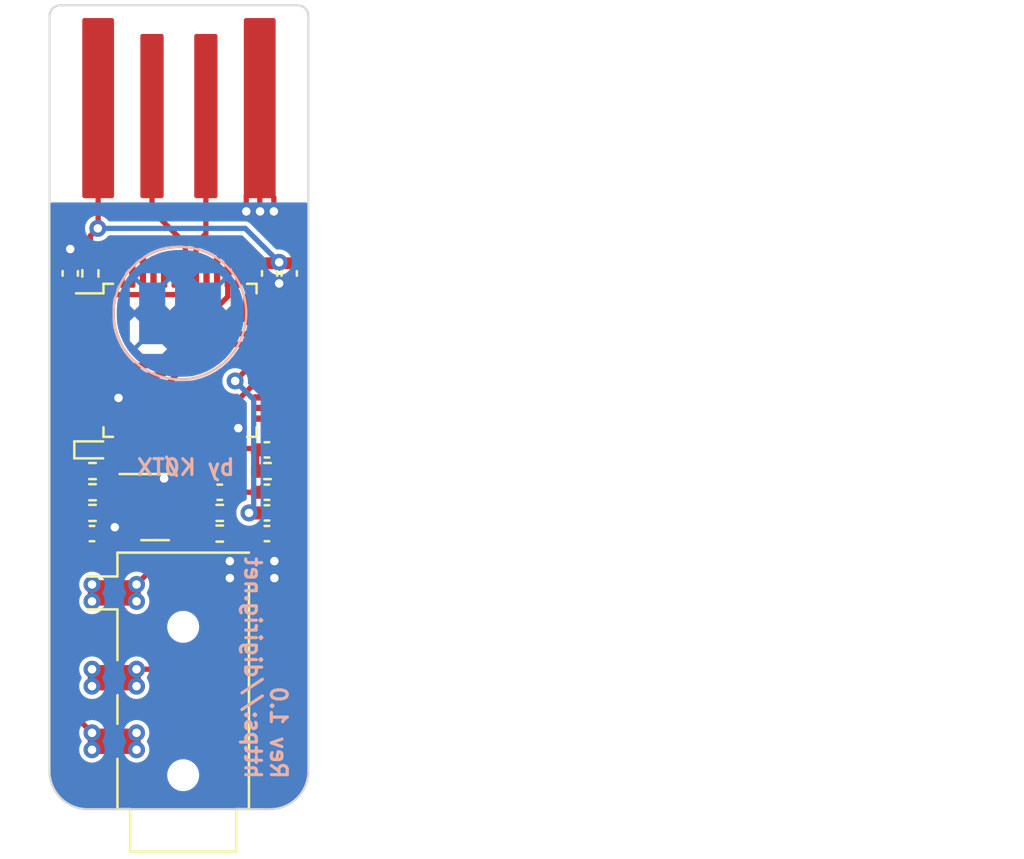
<source format=kicad_pcb>
(kicad_pcb (version 20221018) (generator pcbnew)
  (layers (0 "F.Cu" signal) (31 "B.Cu" signal) (34 "B.Paste" user) (35 "F.Paste" user) (36 "B.SilkS" user "B.Silkscreen") (37 "F.SilkS" user "F.Silkscreen") (38 "B.Mask" user) (39 "F.Mask" user) (44 "Edge.Cuts" user))
  (net 0 "")
  (net 1 "+5V")
  (net 2 "GND")
  (net 3 "Net-(C5-Pad1)")
  (net 4 "Net-(Q1-B)")
  (net 5 "Net-(Q1-C)")
  (net 6 "/PTT")
  (net 7 "/ROUT")
  (net 8 "/CTCSS")
  (net 9 "/COS")
  (net 10 "/RIG_AFIN")
  (net 11 "Net-(J1-D-)")
  (net 12 "Net-(J1-D+)")
  (net 13 "/RIG_AFOUT")
  (net 14 "/RIG_PTT")
  (net 15 "Net-(U1-MSEL)")
  (net 16 "Net-(U1-VREF)")
  (net 17 "Net-(U1-MICIN)")
  (net 18 "Net-(U1-LOL)")
  (net 19 "Net-(D1-K)")
  (footprint "Resistor_SMD:R_0402_1005Metric" (layer "F.Cu") (at 130.475 81.35 90)
    (fp_text reference "R1" hide)
    (fp_text value "1K5")
    (fp_line (start -0.153641 -0.38) (end 0.153641 -0.38) (stroke (width 0.12)) (layer "F.SilkS"))
    (fp_line (start -0.153641 0.38) (end 0.153641 0.38) (stroke (width 0.12)) (layer "F.SilkS"))
    (pad "1" smd roundrect (at -0.51 0 90) (size 0.54 0.64) (layers "F.Cu" "F.Paste" "F.Mask") (net 12 "Net-(J1-D+)"))
    (pad "2" smd roundrect (at 0.51 0 90) (size 0.54 0.64) (layers "F.Cu" "F.Paste" "F.Mask") (net 1 "+5V"))
  )
  (footprint "Capacitor_SMD:C_0402_1005Metric" (layer "F.Cu") (at 138.8 91.675)
    (fp_text reference "C5" hide)
    (fp_text value "10uF")
    (fp_line (start -0.107836 -0.36) (end 0.107836 -0.36) (stroke (width 0.12)) (layer "F.SilkS"))
    (fp_line (start -0.107836 0.36) (end 0.107836 0.36) (stroke (width 0.12)) (layer "F.SilkS"))
    (pad "1" smd roundrect (at -0.48 0) (size 0.56 0.62) (layers "F.Cu" "F.Paste" "F.Mask") (net 3 "Net-(C5-Pad1)"))
    (pad "2" smd roundrect (at 0.48 0) (size 0.56 0.62) (layers "F.Cu" "F.Paste" "F.Mask") (net 17 "Net-(U1-MICIN)"))
  )
  (footprint "Capacitor_SMD:C_0402_1005Metric" (layer "F.Cu") (at 130.55 93.625)
    (fp_text reference "C7" hide)
    (fp_text value "100n")
    (fp_line (start -0.107836 -0.36) (end 0.107836 -0.36) (stroke (width 0.12)) (layer "F.SilkS"))
    (fp_line (start -0.107836 0.36) (end 0.107836 0.36) (stroke (width 0.12)) (layer "F.SilkS"))
    (pad "1" smd roundrect (at -0.48 0) (size 0.56 0.62) (layers "F.Cu" "F.Paste" "F.Mask") (net 4 "Net-(Q1-B)"))
    (pad "2" smd roundrect (at 0.48 0) (size 0.56 0.62) (layers "F.Cu" "F.Paste" "F.Mask") (net 2 "GND"))
  )
  (footprint "Resistor_SMD:R_0402_1005Metric" (layer "F.Cu") (at 136.575 93.625 180)
    (fp_text reference "R7" hide)
    (fp_text value "1K5")
    (fp_line (start -0.153641 -0.38) (end 0.153641 -0.38) (stroke (width 0.12)) (layer "F.SilkS"))
    (fp_line (start -0.153641 0.38) (end 0.153641 0.38) (stroke (width 0.12)) (layer "F.SilkS"))
    (pad "1" smd roundrect (at -0.51 0 180) (size 0.54 0.64) (layers "F.Cu" "F.Paste" "F.Mask") (net 14 "/RIG_PTT"))
    (pad "2" smd roundrect (at 0.51 0 180) (size 0.54 0.64) (layers "F.Cu" "F.Paste" "F.Mask") (net 5 "Net-(Q1-C)"))
  )
  (footprint "Capacitor_SMD:C_0402_1005Metric" (layer "F.Cu") (at 139.85 81.35 -90)
    (fp_text reference "C2" hide)
    (fp_text value "100nF")
    (fp_line (start -0.107836 -0.36) (end 0.107836 -0.36) (stroke (width 0.12)) (layer "F.SilkS"))
    (fp_line (start -0.107836 0.36) (end 0.107836 0.36) (stroke (width 0.12)) (layer "F.SilkS"))
    (pad "1" smd roundrect (at -0.48 0 270) (size 0.56 0.62) (layers "F.Cu" "F.Paste" "F.Mask") (net 1 "+5V"))
    (pad "2" smd roundrect (at 0.48 0 270) (size 0.56 0.62) (layers "F.Cu" "F.Paste" "F.Mask") (net 2 "GND"))
  )
  (footprint "footprints:Jack_3.5mm_PJ320D_Horizontal" (layer "F.Cu") (at 134.85 100.25 90)
    (fp_text reference "J2" hide)
    (fp_text value "PJ-320A")
    (fp_line (start -8.375 -2.5) (end -8.375 2.5) (stroke (width 0.12)) (layer "F.SilkS"))
    (fp_line (start -6.375 -3.1) (end -6.375 -2.5) (stroke (width 0.12)) (layer "F.SilkS"))
    (fp_line (start -6.375 -3.1) (end -4 -3.1) (stroke (width 0.12)) (layer "F.SilkS"))
    (fp_line (start -6.375 -2.5) (end -8.375 -2.5) (stroke (width 0.12)) (layer "F.SilkS"))
    (fp_line (start -6.375 2.5) (end -8.375 2.5) (stroke (width 0.12)) (layer "F.SilkS"))
    (fp_line (start -6.375 2.5) (end -6.375 3.1) (stroke (width 0.12)) (layer "F.SilkS"))
    (fp_line (start -2.35 -3.1) (end -1 -3.1) (stroke (width 0.12)) (layer "F.SilkS"))
    (fp_line (start 0.65 -3.1) (end 3.05 -3.1) (stroke (width 0.12)) (layer "F.SilkS"))
    (fp_line (start 3.05 -3.1) (end 3.05 -4.5) (stroke (width 0.12)) (layer "F.SilkS"))
    (fp_line (start 4.15 3.1) (end -6.375 3.1) (stroke (width 0.12)) (layer "F.SilkS"))
    (fp_line (start 4.6 -3.1) (end 4.6 -4.5) (stroke (width 0.12)) (layer "F.SilkS"))
    (fp_line (start 4.6 -3.1) (end 5.725 -3.1) (stroke (width 0.12)) (layer "F.SilkS"))
    (fp_line (start 5.725 3.1) (end 5.725 -3.1) (stroke (width 0.12)) (layer "F.SilkS"))
    (pad "" np_thru_hole circle (at -4.775 0 90) (size 0.8 0.8) (drill 1) (layers "F&B.Cu" "*.Mask"))
    (pad "" np_thru_hole circle (at 2.225 0 90) (size 0.8 0.8) (drill 1) (layers "F&B.Cu" "*.Mask"))
    (pad "R1" smd rect (at -0.175 -3.25 90) (size 1.2 2.5) (layers "F.Cu" "F.Paste" "F.Mask") (net 10 "/RIG_AFIN"))
    (pad "R2" smd rect (at -3.175 -3.25 90) (size 1.2 2.5) (layers "F.Cu" "F.Paste" "F.Mask") (net 14 "/RIG_PTT"))
    (pad "S" smd rect (at 4.925 3.25 90) (size 1.2 2.5) (layers "F.Cu" "F.Paste" "F.Mask") (net 2 "GND"))
    (pad "T" smd rect (at 3.825 -3.25 90) (size 1.2 2.5) (layers "F.Cu" "F.Paste" "F.Mask") (net 13 "/RIG_AFOUT"))
  )
  (footprint "Package_QFP:LQFP-48_7x7mm_P0.5mm" (layer "F.Cu") (at 134.7 85.45)
    (fp_text reference "U1" hide)
    (fp_text value "CM108B")
    (fp_line (start -3.61 -3.61) (end -3.61 -3.16) (stroke (width 0.12)) (layer "F.SilkS"))
    (fp_line (start -3.61 -3.16) (end -4.9 -3.16) (stroke (width 0.12)) (layer "F.SilkS"))
    (fp_line (start -3.61 3.61) (end -3.61 3.16) (stroke (width 0.12)) (layer "F.SilkS"))
    (fp_line (start -3.16 -3.61) (end -3.61 -3.61) (stroke (width 0.12)) (layer "F.SilkS"))
    (fp_line (start -3.16 3.61) (end -3.61 3.61) (stroke (width 0.12)) (layer "F.SilkS"))
    (fp_line (start 3.16 -3.61) (end 3.61 -3.61) (stroke (width 0.12)) (layer "F.SilkS"))
    (fp_line (start 3.16 3.61) (end 3.61 3.61) (stroke (width 0.12)) (layer "F.SilkS"))
    (fp_line (start 3.61 -3.61) (end 3.61 -3.16) (stroke (width 0.12)) (layer "F.SilkS"))
    (fp_line (start 3.61 3.61) (end 3.61 3.16) (stroke (width 0.12)) (layer "F.SilkS"))
    (pad "1" smd roundrect (at -4.1625 -2.75) (size 1.475 0.3) (layers "F.Cu" "F.Paste" "F.Mask"))
    (pad "2" smd roundrect (at -4.1625 -2.25) (size 1.475 0.3) (layers "F.Cu" "F.Paste" "F.Mask"))
    (pad "3" smd roundrect (at -4.1625 -1.75) (size 1.475 0.3) (layers "F.Cu" "F.Paste" "F.Mask"))
    (pad "4" smd roundrect (at -4.1625 -1.25) (size 1.475 0.3) (layers "F.Cu" "F.Paste" "F.Mask"))
    (pad "5" smd roundrect (at -4.1625 -0.75) (size 1.475 0.3) (layers "F.Cu" "F.Paste" "F.Mask"))
    (pad "6" smd roundrect (at -4.1625 -0.25) (size 1.475 0.3) (layers "F.Cu" "F.Paste" "F.Mask"))
    (pad "7" smd roundrect (at -4.1625 0.25) (size 1.475 0.3) (layers "F.Cu" "F.Paste" "F.Mask") (net 15 "Net-(U1-MSEL)"))
    (pad "8" smd roundrect (at -4.1625 0.75) (size 1.475 0.3) (layers "F.Cu" "F.Paste" "F.Mask"))
    (pad "9" smd roundrect (at -4.1625 1.25) (size 1.475 0.3) (layers "F.Cu" "F.Paste" "F.Mask"))
    (pad "10" smd roundrect (at -4.1625 1.75) (size 1.475 0.3) (layers "F.Cu" "F.Paste" "F.Mask") (net 2 "GND"))
    (pad "11" smd roundrect (at -4.1625 2.25) (size 1.475 0.3) (layers "F.Cu" "F.Paste" "F.Mask"))
    (pad "12" smd roundrect (at -4.1625 2.75) (size 1.475 0.3) (layers "F.Cu" "F.Paste" "F.Mask"))
    (pad "13" smd roundrect (at -2.75 4.1625) (size 0.3 1.475) (layers "F.Cu" "F.Paste" "F.Mask") (net 6 "/PTT"))
    (pad "14" smd roundrect (at -2.25 4.1625) (size 0.3 1.475) (layers "F.Cu" "F.Paste" "F.Mask") (net 2 "GND"))
    (pad "15" smd roundrect (at -1.75 4.1625) (size 0.3 1.475) (layers "F.Cu" "F.Paste" "F.Mask"))
    (pad "16" smd roundrect (at -1.25 4.1625) (size 0.3 1.475) (layers "F.Cu" "F.Paste" "F.Mask") (net 2 "GND"))
    (pad "17" smd roundrect (at -0.75 4.1625) (size 0.3 1.475) (layers "F.Cu" "F.Paste" "F.Mask"))
    (pad "18" smd roundrect (at -0.25 4.1625) (size 0.3 1.475) (layers "F.Cu" "F.Paste" "F.Mask"))
    (pad "19" smd roundrect (at 0.25 4.1625) (size 0.3 1.475) (layers "F.Cu" "F.Paste" "F.Mask"))
    (pad "20" smd roundrect (at 0.75 4.1625) (size 0.3 1.475) (layers "F.Cu" "F.Paste" "F.Mask"))
    (pad "21" smd roundrect (at 1.25 4.1625) (size 0.3 1.475) (layers "F.Cu" "F.Paste" "F.Mask"))
    (pad "22" smd roundrect (at 1.75 4.1625) (size 0.3 1.475) (layers "F.Cu" "F.Paste" "F.Mask") (net 2 "GND"))
    (pad "23" smd roundrect (at 2.25 4.1625) (size 0.3 1.475) (layers "F.Cu" "F.Paste" "F.Mask") (net 2 "GND"))
    (pad "24" smd roundrect (at 2.75 4.1625) (size 0.3 1.475) (layers "F.Cu" "F.Paste" "F.Mask") (net 2 "GND"))
    (pad "25" smd roundrect (at 4.1625 2.75) (size 1.475 0.3) (layers "F.Cu" "F.Paste" "F.Mask"))
    (pad "26" smd roundrect (at 4.1625 2.25) (size 1.475 0.3) (layers "F.Cu" "F.Paste" "F.Mask") (net 16 "Net-(U1-VREF)"))
    (pad "27" smd roundrect (at 4.1625 1.75) (size 1.475 0.3) (layers "F.Cu" "F.Paste" "F.Mask") (net 17 "Net-(U1-MICIN)"))
    (pad "28" smd roundrect (at 4.1625 1.25) (size 1.475 0.3) (layers "F.Cu" "F.Paste" "F.Mask") (net 2 "GND"))
    (pad "29" smd roundrect (at 4.1625 0.75) (size 1.475 0.3) (layers "F.Cu" "F.Paste" "F.Mask") (net 1 "+5V"))
    (pad "30" smd roundrect (at 4.1625 0.25) (size 1.475 0.3) (layers "F.Cu" "F.Paste" "F.Mask") (net 18 "Net-(U1-LOL)"))
    (pad "31" smd roundrect (at 4.1625 -0.25) (size 1.475 0.3) (layers "F.Cu" "F.Paste" "F.Mask"))
    (pad "32" smd roundrect (at 4.1625 -0.75) (size 1.475 0.3) (layers "F.Cu" "F.Paste" "F.Mask") (net 7 "/ROUT"))
    (pad "33" smd roundrect (at 4.1625 -1.25) (size 1.475 0.3) (layers "F.Cu" "F.Paste" "F.Mask") (net 2 "GND"))
    (pad "34" smd roundrect (at 4.1625 -1.75) (size 1.475 0.3) (layers "F.Cu" "F.Paste" "F.Mask") (net 1 "+5V"))
    (pad "35" smd roundrect (at 4.1625 -2.25) (size 1.475 0.3) (layers "F.Cu" "F.Paste" "F.Mask") (net 1 "+5V"))
    (pad "36" smd roundrect (at 4.1625 -2.75) (size 1.475 0.3) (layers "F.Cu" "F.Paste" "F.Mask") (net 2 "GND"))
    (pad "37" smd roundrect (at 2.75 -4.1625) (size 0.3 1.475) (layers "F.Cu" "F.Paste" "F.Mask") (net 15 "Net-(U1-MSEL)"))
    (pad "38" smd roundrect (at 2.25 -4.1625) (size 0.3 1.475) (layers "F.Cu" "F.Paste" "F.Mask") (net 15 "Net-(U1-MSEL)"))
    (pad "39" smd roundrect (at 1.75 -4.1625) (size 0.3 1.475) (layers "F.Cu" "F.Paste" "F.Mask") (net 8 "/CTCSS"))
    (pad "40" smd roundrect (at 1.25 -4.1625) (size 0.3 1.475) (layers "F.Cu" "F.Paste" "F.Mask"))
    (pad "41" smd roundrect (at 0.75 -4.1625) (size 0.3 1.475) (layers "F.Cu" "F.Paste" "F.Mask") (net 12 "Net-(J1-D+)"))
    (pad "42" smd roundrect (at 0.25 -4.1625) (size 0.3 1.475) (layers "F.Cu" "F.Paste" "F.Mask") (net 11 "Net-(J1-D-)"))
    (pad "43" smd roundrect (at -0.25 -4.1625) (size 0.3 1.475) (layers "F.Cu" "F.Paste" "F.Mask"))
    (pad "44" smd roundrect (at -0.75 -4.1625) (size 0.3 1.475) (layers "F.Cu" "F.Paste" "F.Mask"))
    (pad "45" smd roundrect (at -1.25 -4.1625) (size 0.3 1.475) (layers "F.Cu" "F.Paste" "F.Mask"))
    (pad "46" smd roundrect (at -1.75 -4.1625) (size 0.3 1.475) (layers "F.Cu" "F.Paste" "F.Mask"))
    (pad "47" smd roundrect (at -2.25 -4.1625) (size 0.3 1.475) (layers "F.Cu" "F.Paste" "F.Mask"))
    (pad "48" smd roundrect (at -2.75 -4.1625) (size 0.3 1.475) (layers "F.Cu" "F.Paste" "F.Mask") (net 9 "/COS"))
  )
  (footprint "Resistor_SMD:R_0402_1005Metric" (layer "F.Cu") (at 138.825 90.675 180)
    (fp_text reference "R4" hide)
    (fp_text value "1K5")
    (fp_line (start -0.153641 -0.38) (end 0.153641 -0.38) (stroke (width 0.12)) (layer "F.SilkS"))
    (fp_line (start -0.153641 0.38) (end 0.153641 0.38) (stroke (width 0.12)) (layer "F.SilkS"))
    (pad "1" smd roundrect (at -0.51 0 180) (size 0.54 0.64) (layers "F.Cu" "F.Paste" "F.Mask") (net 3 "Net-(C5-Pad1)"))
    (pad "2" smd roundrect (at 0.51 0 180) (size 0.54 0.64) (layers "F.Cu" "F.Paste" "F.Mask") (net 2 "GND"))
  )
  (footprint "Package_TO_SOT_SMD:SOT-23" (layer "F.Cu") (at 133.525 92.375)
    (fp_text reference "Q1" hide)
    (fp_text value "MMBT5551L")
    (fp_line (start 0 -1.56) (end -1.675 -1.56) (stroke (width 0.12)) (layer "F.SilkS"))
    (fp_line (start 0 -1.56) (end 0.65 -1.56) (stroke (width 0.12)) (layer "F.SilkS"))
    (fp_line (start 0 1.56) (end -0.65 1.56) (stroke (width 0.12)) (layer "F.SilkS"))
    (fp_line (start 0 1.56) (end 0.65 1.56) (stroke (width 0.12)) (layer "F.SilkS"))
    (pad "1" smd roundrect (at -0.9375 -0.95) (size 1.475 0.6) (layers "F.Cu" "F.Paste" "F.Mask") (net 4 "Net-(Q1-B)"))
    (pad "2" smd roundrect (at -0.9375 0.95) (size 1.475 0.6) (layers "F.Cu" "F.Paste" "F.Mask") (net 2 "GND"))
    (pad "3" smd roundrect (at 0.9375 0) (size 1.475 0.6) (layers "F.Cu" "F.Paste" "F.Mask") (net 5 "Net-(Q1-C)"))
  )
  (footprint "Capacitor_SMD:C_0402_1005Metric" (layer "F.Cu") (at 129.525 81.35 -90)
    (fp_text reference "C3" hide)
    (fp_text value "10uF")
    (fp_line (start -0.107836 -0.36) (end 0.107836 -0.36) (stroke (width 0.12)) (layer "F.SilkS"))
    (fp_line (start -0.107836 0.36) (end 0.107836 0.36) (stroke (width 0.12)) (layer "F.SilkS"))
    (pad "1" smd roundrect (at -0.48 0 270) (size 0.56 0.62) (layers "F.Cu" "F.Paste" "F.Mask") (net 2 "GND"))
    (pad "2" smd roundrect (at 0.48 0 270) (size 0.56 0.62) (layers "F.Cu" "F.Paste" "F.Mask") (net 15 "Net-(U1-MSEL)"))
  )
  (footprint "Resistor_SMD:R_0402_1005Metric" (layer "F.Cu") (at 130.575 91.675)
    (fp_text reference "R2" hide)
    (fp_text value "22")
    (fp_line (start -0.153641 -0.38) (end 0.153641 -0.38) (stroke (width 0.12)) (layer "F.SilkS"))
    (fp_line (start -0.153641 0.38) (end 0.153641 0.38) (stroke (width 0.12)) (layer "F.SilkS"))
    (pad "1" smd roundrect (at -0.51 0) (size 0.54 0.64) (layers "F.Cu" "F.Paste" "F.Mask") (net 19 "Net-(D1-K)"))
    (pad "2" smd roundrect (at 0.51 0) (size 0.54 0.64) (layers "F.Cu" "F.Paste" "F.Mask") (net 4 "Net-(Q1-B)"))
  )
  (footprint "footprints:USB_A_PCB_traces_small" (layer "F.Cu") (at 134.65 68.7 -90)
    (fp_text reference "J1" hide)
    (fp_text value "USB_A" hide)
    (pad "1" connect roundrect (at 4.85 3.81 270) (size 8.5 1.5) (layers "F.Cu" "F.Mask") (roundrect_rratio 0.067) (net 1 "+5V"))
    (pad "2" connect roundrect (at 5.225 1.27 270) (size 7.75 1.1) (layers "F.Cu" "F.Mask") (roundrect_rratio 0.091) (net 11 "Net-(J1-D-)"))
    (pad "3" connect roundrect (at 5.225 -1.27 270) (size 7.75 1.1) (layers "F.Cu" "F.Mask") (roundrect_rratio 0.091) (net 12 "Net-(J1-D+)"))
    (pad "4" connect roundrect (at 4.85 -3.81 270) (size 8.5 1.5) (layers "F.Cu" "F.Mask") (roundrect_rratio 0.067) (net 2 "GND"))
  )
  (footprint "Capacitor_SMD:C_0402_1005Metric" (layer "F.Cu") (at 136.575 91.675 180)
    (fp_text reference "C8" hide)
    (fp_text value "100nF")
    (fp_line (start -0.107836 -0.36) (end 0.107836 -0.36) (stroke (width 0.12)) (layer "F.SilkS"))
    (fp_line (start -0.107836 0.36) (end 0.107836 0.36) (stroke (width 0.12)) (layer "F.SilkS"))
    (pad "1" smd roundrect (at -0.48 0 180) (size 0.56 0.62) (layers "F.Cu" "F.Paste" "F.Mask") (net 3 "Net-(C5-Pad1)"))
    (pad "2" smd roundrect (at 0.48 0 180) (size 0.56 0.62) (layers "F.Cu" "F.Paste" "F.Mask") (net 2 "GND"))
  )
  (footprint "Capacitor_SMD:C_0402_1005Metric" (layer "F.Cu") (at 138.8 92.65 180)
    (fp_text reference "C6" hide)
    (fp_text value "10uF")
    (fp_line (start -0.107836 -0.36) (end 0.107836 -0.36) (stroke (width 0.12)) (layer "F.SilkS"))
    (fp_line (start -0.107836 0.36) (end 0.107836 0.36) (stroke (width 0.12)) (layer "F.SilkS"))
    (pad "1" smd roundrect (at -0.48 0 180) (size 0.56 0.62) (layers "F.Cu" "F.Paste" "F.Mask") (net 10 "/RIG_AFIN"))
    (pad "2" smd roundrect (at 0.48 0 180) (size 0.56 0.62) (layers "F.Cu" "F.Paste" "F.Mask") (net 18 "Net-(U1-LOL)"))
  )
  (footprint "Resistor_SMD:R_0402_1005Metric" (layer "F.Cu") (at 136.575 92.65)
    (fp_text reference "R6" hide)
    (fp_text value "10K")
    (fp_line (start -0.153641 -0.38) (end 0.153641 -0.38) (stroke (width 0.12)) (layer "F.SilkS"))
    (fp_line (start -0.153641 0.38) (end 0.153641 0.38) (stroke (width 0.12)) (layer "F.SilkS"))
    (pad "1" smd roundrect (at -0.51 0) (size 0.54 0.64) (layers "F.Cu" "F.Paste" "F.Mask") (net 13 "/RIG_AFOUT"))
    (pad "2" smd roundrect (at 0.51 0) (size 0.54 0.64) (layers "F.Cu" "F.Paste" "F.Mask") (net 3 "Net-(C5-Pad1)"))
  )
  (footprint "Capacitor_SMD:C_0402_1005Metric" (layer "F.Cu") (at 138.8 89.675 180)
    (fp_text reference "C4" hide)
    (fp_text value "10uF")
    (fp_line (start -0.107836 -0.36) (end 0.107836 -0.36) (stroke (width 0.12)) (layer "F.SilkS"))
    (fp_line (start -0.107836 0.36) (end 0.107836 0.36) (stroke (width 0.12)) (layer "F.SilkS"))
    (pad "1" smd roundrect (at -0.48 0 180) (size 0.56 0.62) (layers "F.Cu" "F.Paste" "F.Mask") (net 16 "Net-(U1-VREF)"))
    (pad "2" smd roundrect (at 0.48 0 180) (size 0.56 0.62) (layers "F.Cu" "F.Paste" "F.Mask") (net 2 "GND"))
  )
  (footprint "footprints:digirig-logo-6mm" (layer "F.Cu") (at 134.7 83.225)
    (fp_text reference "L1" hide)
    (fp_text value "LOGO" hide)
    (fp_poly (pts (xy 0.201786 -2.978045) (xy 0.47019 -2.956382) (xy 0.721251 -2.911151) (xy 0.965101 -2.840288) (xy 1.21187 -2.741731) (xy 1.322916 -2.689583) (xy 1.595655 -2.540767) (xy 1.838481 -2.373973) (xy 2.062615 -2.181244) (xy 2.122822 -2.122282) (xy 2.303094 -1.92864) (xy 2.45404 -1.737104) (xy 2.585582 -1.533909) (xy 2.698945 -1.322917) (xy 2.812024 -1.073308) (xy 2.896676 -0.833637) (xy 2.955073 -0.593511) (xy 2.989385 -0.342536) (xy 3.001784 -0.07032) (xy 2.999369 0.115259) (xy 2.992362 0.270493) (xy 2.981903 0.414684) (xy 2.968899 0.537675) (xy 2.954255 0.62931) (xy 2.953035 0.635) (xy 2.855632 0.981127) (xy 2.719872 1.309805) (xy 2.54672 1.619268) (xy 2.33714 1.90775) (xy 2.136509 2.129698) (xy 1.870166 2.367879) (xy 1.579879 2.571571) (xy 1.267898 2.739539) (xy 0.936474 2.870547) (xy 0.635 2.953294) (xy 0.536469 2.969253) (xy 0.406001 2.981935) (xy 0.253878 2.991136) (xy 0.090383 2.996656) (xy -0.0742 2.998291) (xy -0.229588 2.99584) (xy -0.365498 2.989101) (xy -0.471646 2.97787) (xy -0.486834 2.97535) (xy -0.834937 2.894738) (xy -1.158037 2.781123) (xy -1.459828 2.63262) (xy -1.744005 2.447347) (xy -2.014266 2.22342) (xy -2.075576 2.165545) (xy -2.282361 1.948363) (xy -2.455587 1.72662) (xy -2.483739 1.681411) (xy -2.010943 1.681411) (xy -1.889843 1.803789) (xy -1.768742 1.926166) (xy -0.834638 1.926166) (xy -0.719667 1.80975) (xy -0.604697 1.693333) (xy -0.719667 1.576916) (xy -0.834638 1.4605) (xy -1.787253 1.4605) (xy -1.899098 1.570955) (xy -2.010943 1.681411) (xy -2.483739 1.681411) (xy -2.603504 1.489086) (xy -2.678795 1.344083) (xy -2.778802 1.12309) (xy -2.855586 0.914968) (xy -2.915324 0.702131) (xy -2.935383 0.613833) (xy -2.953528 0.497652) (xy -2.96478 0.36897) (xy -2.370667 0.36897) (xy -2.370667 1.321585) (xy -2.260237 1.433404) (xy -2.149807 1.545224) (xy -1.926167 1.324362) (xy -1.926167 0.371747) (xy -2.036597 0.259928) (xy -2.147028 0.148109) (xy -2.258847 0.258539) (xy -2.370667 0.36897) (xy -2.96478 0.36897) (xy -2.966433 0.350069) (xy -2.974098 0.181691) (xy -2.976521 0.003122) (xy -2.9737 -0.175029) (xy -2.965634 -0.342158) (xy -2.95232 -0.487658) (xy -2.935571 -0.592667) (xy -2.849108 -0.909291) (xy -2.727238 -1.222165) (xy -2.6858 -1.303197) (xy -2.370667 -1.303197) (xy -2.370667 -0.350582) (xy -2.260237 -0.238762) (xy -2.149807 -0.126943) (xy -2.037987 -0.237374) (xy -1.926167 -0.347804) (xy -1.926167 -1.300419) (xy -0.6985 -1.300419) (xy -0.6985 -0.350582) (xy -0.588045 -0.238736) (xy -0.477589 -0.126891) (xy -0.355211 -0.247992) (xy -0.232834 -0.369092) (xy -0.232834 -1.281909) (xy 1.926166 -1.281909) (xy 1.926166 -0.371645) (xy 2.04721 -0.249324) (xy 2.168255 -0.127003) (xy 2.280044 -0.237404) (xy 2.391833 -0.347804) (xy 2.391833 -1.300419) (xy 2.281377 -1.412265) (xy 2.170921 -1.52411) (xy 2.048544 -1.403009) (xy 1.926166 -1.281909) (xy -0.232834 -1.281909) (xy -0.355211 -1.403009) (xy -0.477589 -1.52411) (xy -0.588045 -1.412265) (xy -0.6985 -1.300419) (xy -1.926167 -1.300419) (xy -2.036597 -1.412239) (xy -2.147028 -1.524058) (xy -2.258847 -1.413627) (xy -2.370667 -1.303197) (xy -2.6858 -1.303197) (xy -2.575043 -1.51978) (xy -2.482642 -1.662973) (xy -2.010891 -1.662973) (xy -1.900461 -1.551154) (xy -1.79003 -1.439334) (xy -0.837415 -1.439334) (xy -0.725596 -1.549764) (xy -0.613776 -1.660194) (xy -0.625528 -1.672094) (xy 0.625935 -1.672094) (xy 0.855803 -1.439334) (xy 1.808418 -1.439334) (xy 1.920238 -1.549764) (xy 2.032057 -1.660194) (xy 1.921626 -1.772014) (xy 1.811196 -1.883834) (xy 0.834491 -1.883834) (xy 0.625935 -1.672094) (xy -0.625528 -1.672094) (xy -0.834638 -1.883834) (xy -1.787253 -1.883834) (xy -1.899072 -1.773404) (xy -2.010891 -1.662973) (xy -2.482642 -1.662973) (xy -2.420257 -1.759648) (xy -2.25332 -1.965215) (xy -2.054022 -2.166714) (xy -1.832133 -2.35592) (xy -1.597422 -2.524612) (xy -1.359657 -2.664568) (xy -1.322917 -2.68328) (xy -1.084664 -2.790575) (xy -0.850585 -2.871143) (xy -0.609587 -2.927647) (xy -0.350576 -2.962748) (xy -0.094093 -2.978204) (xy 0.201786 -2.978045)) (stroke (width 0.01)) (fill solid) (layer "B.Cu"))
    (fp_circle (center 0 0) (end 2.4 -2) (stroke (width 0.12)) (fill none) (layer "B.SilkS"))
  )
  (footprint "Resistor_SMD:R_0402_1005Metric" (layer "F.Cu") (at 130.575 92.65 180)
    (fp_text reference "R5" hide)
    (fp_text value "10K")
    (fp_line (start -0.153641 -0.38) (end 0.153641 -0.38) (stroke (width 0.12)) (layer "F.SilkS"))
    (fp_line (start -0.153641 0.38) (end 0.153641 0.38) (stroke (width 0.12)) (layer "F.SilkS"))
    (pad "1" smd roundrect (at -0.51 0 180) (size 0.54 0.64) (layers "F.Cu" "F.Paste" "F.Mask") (net 2 "GND"))
    (pad "2" smd roundrect (at 0.51 0 180) (size 0.54 0.64) (layers "F.Cu" "F.Paste" "F.Mask") (net 4 "Net-(Q1-B)"))
  )
  (footprint "Resistor_SMD:R_0402_1005Metric" (layer "F.Cu") (at 130.575 90.675)
    (fp_text reference "R3" hide)
    (fp_text value "10K")
    (fp_line (start -0.153641 -0.38) (end 0.153641 -0.38) (stroke (width 0.12)) (layer "F.SilkS"))
    (fp_line (start -0.153641 0.38) (end 0.153641 0.38) (stroke (width 0.12)) (layer "F.SilkS"))
    (pad "1" smd roundrect (at -0.51 0) (size 0.54 0.64) (layers "F.Cu" "F.Paste" "F.Mask") (net 4 "Net-(Q1-B)"))
    (pad "2" smd roundrect (at 0.51 0) (size 0.54 0.64) (layers "F.Cu" "F.Paste" "F.Mask") (net 6 "/PTT"))
  )
  (footprint "Diode_SMD:D_SOD-923" (layer "F.Cu") (at 130.575 89.675)
    (fp_text reference "D1" hide)
    (fp_text value "GS2005ELD")
    (fp_line (start -0.86 -0.4) (end -0.86 0.4) (stroke (width 0.12)) (layer "F.SilkS"))
    (fp_line (start 0.5 -0.4) (end -0.86 -0.4) (stroke (width 0.12)) (layer "F.SilkS"))
    (fp_line (start 0.5 0.4) (end -0.86 0.4) (stroke (width 0.12)) (layer "F.SilkS"))
    (pad "1" smd roundrect (at -0.42 0 180) (size 0.36 0.25) (layers "F.Cu" "F.Paste" "F.Mask") (net 19 "Net-(D1-K)"))
    (pad "2" smd roundrect (at 0.42 0 180) (size 0.36 0.25) (layers "F.Cu" "F.Paste" "F.Mask") (net 7 "/ROUT"))
  )
  (footprint "Capacitor_SMD:C_0402_1005Metric" (layer "F.Cu") (at 138.8 93.625 180)
    (fp_text reference "C9" hide)
    (fp_text value "100nF")
    (fp_line (start -0.107836 -0.36) (end 0.107836 -0.36) (stroke (width 0.12)) (layer "F.SilkS"))
    (fp_line (start -0.107836 0.36) (end 0.107836 0.36) (stroke (width 0.12)) (layer "F.SilkS"))
    (pad "1" smd roundrect (at -0.48 0 180) (size 0.56 0.62) (layers "F.Cu" "F.Paste" "F.Mask") (net 10 "/RIG_AFIN"))
    (pad "2" smd roundrect (at 0.48 0 180) (size 0.56 0.62) (layers "F.Cu" "F.Paste" "F.Mask") (net 2 "GND"))
  )
  (footprint "Capacitor_SMD:C_0402_1005Metric" (layer "F.Cu") (at 138.925 81.35 -90)
    (fp_text reference "C1" hide)
    (fp_text value "10uF")
    (fp_line (start -0.107836 -0.36) (end 0.107836 -0.36) (stroke (width 0.12)) (layer "F.SilkS"))
    (fp_line (start -0.107836 0.36) (end 0.107836 0.36) (stroke (width 0.12)) (layer "F.SilkS"))
    (pad "1" smd roundrect (at -0.48 0 270) (size 0.56 0.62) (layers "F.Cu" "F.Paste" "F.Mask") (net 1 "+5V"))
    (pad "2" smd roundrect (at 0.48 0 270) (size 0.56 0.62) (layers "F.Cu" "F.Paste" "F.Mask") (net 2 "GND"))
  )
  (gr_line (start 134.0625 90.0125) (end 134.5375 90.8875) (stroke (width 0.15)) (layer "B.SilkS"))
  (gr_arc (start 128.55 69.2) (mid 128.696447 68.846447) (end 129.05 68.7) (stroke (width 0.1)) (layer "Edge.Cuts"))
  (gr_line (start 128.55 104.825) (end 128.55 69.2) (stroke (width 0.1)) (layer "Edge.Cuts"))
  (gr_arc (start 130.35 106.625) (mid 129.077208 106.097792) (end 128.55 104.825) (stroke (width 0.1)) (layer "Edge.Cuts"))
  (gr_arc (start 140.25 68.7) (mid 140.603553 68.846447) (end 140.75 69.2) (stroke (width 0.1)) (layer "Edge.Cuts"))
  (gr_arc (start 140.75 104.825) (mid 140.222792 106.097792) (end 138.95 106.625) (stroke (width 0.1)) (layer "Edge.Cuts"))
  (gr_line (start 140.75 69.2) (end 140.75 104.825) (stroke (width 0.1)) (layer "Edge.Cuts"))
  (gr_line (start 140.25 68.7) (end 129.05 68.7) (stroke (width 0.1)) (layer "Edge.Cuts"))
  (gr_line (start 130.35 106.625) (end 138.95 106.625) (stroke (width 0.1)) (layer "Edge.Cuts"))
  (gr_text "Rev 1.0\nhttps://digirig.net\n" (at 137.7 105.275 -90) (layer "B.SilkS") (effects (font (size 0.75 0.75)) (justify left bottom mirror)))
  (gr_text "${TITLE} ${REVISION}" (at 174.5 105.5) (layer "B.SilkS") (effects (font (size 1 1)) (justify left bottom mirror)))
  (gr_text "by K0TX" (at 132.5875 90.9375) (layer "B.SilkS") (effects (font (size 0.75 0.75)) (justify right bottom mirror)))
  (segment (start 130.84 79.21) (end 130.84 73.55) (width 0.25) (layer "F.Cu") (net 1))
  (segment (start 138.615 80.87) (end 138.925 80.87) (width 0.25) (layer "F.Cu") (net 1))
  (segment (start 139.925 85.940686) (end 139.665686 86.2) (width 0.25) (layer "F.Cu") (net 1))
  (segment (start 137.8 82.459314) (end 138.125 82.134314) (width 0.25) (layer "F.Cu") (net 1))
  (segment (start 137.8 83.2) (end 137.8 82.459314) (width 0.25) (layer "F.Cu") (net 1))
  (segment (start 137.95 83.7) (end 137.8 83.55) (width 0.25) (layer "F.Cu") (net 1))
  (segment (start 138.125 82.134314) (end 138.125 81.36) (width 0.25) (layer "F.Cu") (net 1))
  (segment (start 138.8625 83.2) (end 137.8 83.2) (width 0.25) (layer "F.Cu") (net 1))
  (segment (start 138.8625 83.7) (end 137.95 83.7) (width 0.25) (layer "F.Cu") (net 1))
  (segment (start 130.825 79.225) (end 130.84 79.21) (width 0.25) (layer "F.Cu") (net 1))
  (segment (start 139.925 83.959314) (end 139.925 85.940686) (width 0.25) (layer "F.Cu") (net 1))
  (segment (start 130.825 79.225) (end 130.475 79.575) (width 0.25) (layer "F.Cu") (net 1))
  (segment (start 139.665686 83.7) (end 139.925 83.959314) (width 0.25) (layer "F.Cu") (net 1))
  (segment (start 138.125 81.36) (end 138.615 80.87) (width 0.25) (layer "F.Cu") (net 1))
  (segment (start 130.475 79.575) (end 130.475 80.84) (width 0.25) (layer "F.Cu") (net 1))
  (segment (start 137.8 83.55) (end 137.8 83.2) (width 0.25) (layer "F.Cu") (net 1))
  (segment (start 139.665686 86.2) (end 138.8625 86.2) (width 0.25) (layer "F.Cu") (net 1))
  (segment (start 138.925 80.87) (end 139.85 80.87) (width 0.25) (layer "F.Cu") (net 1))
  (segment (start 138.8625 83.7) (end 139.665686 83.7) (width 0.25) (layer "F.Cu") (net 1))
  (via (at 139.375 80.825497) (size 0.8) (drill 0.4) (layers "F.Cu" "B.Cu") (net 1))
  (via (at 130.825 79.225) (size 0.8) (drill 0.4) (layers "F.Cu" "B.Cu") (net 1))
  (segment (start 130.825 79.225) (end 137.774503 79.225) (width 0.25) (layer "B.Cu") (net 1))
  (segment (start 137.774503 79.225) (end 139.375 80.825497) (width 0.25) (layer "B.Cu") (net 1))
  (segment (start 138.8625 81.8925) (end 138.925 81.83) (width 0.25) (layer "F.Cu") (net 2))
  (segment (start 131.625 93.325) (end 131.055 93.325) (width 0.25) (layer "F.Cu") (net 2))
  (segment (start 138.46 77.11) (end 138.46 73.55) (width 0.25) (layer "F.Cu") (net 2))
  (segment (start 135.836396 84.2) (end 138.8625 84.2) (width 0.25) (layer "F.Cu") (net 2))
  (segment (start 133.5995 90.675) (end 133.95 91.0255) (width 0.25) (layer "F.Cu") (net 2))
  (segment (start 137.45 88.65) (end 137.45 89.6125) (width 0.25) (layer "F.Cu") (net 2))
  (segment (start 136.095 91.0455) (end 136.075 91.0255) (width 0.25) (layer "F.Cu") (net 2))
  (segment (start 131.340686 87.2) (end 130.5375 87.2) (width 0.25) (layer "F.Cu") (net 2))
  (segment (start 131.03 92.705) (end 131.03 93.3) (width 0.25) (layer "F.Cu") (net 2))
  (segment (start 136.095 91.675) (end 136.095 91.0455) (width 0.25) (layer "F.Cu") (net 2))
  (segment (start 131.085 92.65) (end 131.03 92.705) (width 0.25) (layer "F.Cu") (net 2))
  (segment (start 133.475 90.675) (end 133.5995 90.675) (width 0.25) (layer "F.Cu") (net 2))
  (segment (start 131.625 93.325) (end 132.5875 93.325) (width 0.25) (layer "F.Cu") (net 2))
  (segment (start 133.45 89.6125) (end 133.45 90.65) (width 0.25) (layer "F.Cu") (net 2))
  (segment (start 136.1995 91.0255) (end 136.45 90.775) (width 0.25) (layer "F.Cu") (net 2))
  (segment (start 139.125 78.425) (end 139.125 77.775) (width 0.25) (layer "F.Cu") (net 2))
  (segment (start 138.315 89.68) (end 138.32 89.675) (width 0.25) (layer "F.Cu") (net 2))
  (segment (start 138.8625 82.7) (end 138.8625 81.8925) (width 0.25) (layer "F.Cu") (net 2))
  (segment (start 129.525 80.87) (end 129.525 80.2) (width 0.25) (layer "F.Cu") (net 2))
  (segment (start 137.45 89.6125) (end 136.45 89.6125) (width 0.25) (layer "F.Cu") (net 2))
  (segment (start 136.45 90.775) (end 136.45 89.6125) (width 0.25) (layer "F.Cu") (net 2))
  (segment (start 136.075 91.0255) (end 136.1995 91.0255) (width 0.25) (layer "F.Cu") (net 2))
  (segment (start 138.32 93.625) (end 138.32 95.105) (width 0.25) (layer "F.Cu") (net 2))
  (segment (start 131.8 87.225) (end 132.875 86.15) (width 0.25) (layer "F.Cu") (net 2))
  (segment (start 139.125 77.775) (end 138.46 77.11) (width 0.25) (layer "F.Cu") (net 2))
  (segment (start 138.32 89.675) (end 138.2575 89.6125) (width 0.25) (layer "F.Cu") (net 2))
  (segment (start 132.875 86.15) (end 133.886396 86.15) (width 0.25) (layer "F.Cu") (net 2))
  (segment (start 131.365686 87.225) (end 131.340686 87.2) (width 0.25) (layer "F.Cu") (net 2))
  (segment (start 131.8 87.225) (end 131.365686 87.225) (width 0.25) (layer "F.Cu") (net 2))
  (segment (start 137.45 88.65) (end 137.45 87.309314) (width 0.25) (layer "F.Cu") (net 2))
  (segment (start 138.46 73.55) (end 138.46 77.065) (width 0.25) (layer "F.Cu") (net 2))
  (segment (start 140.375 86.127082) (end 140.375 82.355) (width 0.25) (layer "F.Cu") (net 2))
  (segment (start 133.886396 86.15) (end 135.836396 84.2) (width 0.25) (layer "F.Cu") (net 2))
  (segment (start 139.802082 86.7) (end 140.375 86.127082) (width 0.25) (layer "F.Cu") (net 2))
  (segment (start 131.055 93.325) (end 131.03 93.3) (width 0.25) (layer "F.Cu") (net 2))
  (segment (start 133.45 90.65) (end 133.475 90.675) (width 0.25) (layer "F.Cu") (net 2))
  (segment (start 138.925 81.83) (end 139.85 81.83) (width 0.25) (layer "F.Cu") (net 2))
  (segment (start 138.2575 89.6125) (end 137.45 89.6125) (width 0.25) (layer "F.Cu") (net 2))
  (segment (start 138.315 90.675) (end 138.315 89.68) (width 0.25) (layer "F.Cu") (net 2))
  (segment (start 138.32 95.105) (end 138.1 95.325) (width 0.25) (layer "F.Cu") (net 2))
  (segment (start 133.95 91.0255) (end 136.075 91.0255) (width 0.25) (layer "F.Cu") (net 2))
  (segment (start 132.45 89.6125) (end 132.45 90.415686) (width 0.25) (layer "F.Cu") (net 2))
  (segment (start 138.8625 86.7) (end 139.802082 86.7) (width 0.25) (layer "F.Cu") (net 2))
  (segment (start 132.709314 90.675) (end 133.475 90.675) (width 0.25) (layer "F.Cu") (net 2))
  (segment (start 138.46 78.385) (end 138.46 73.55) (width 0.25) (layer "F.Cu") (net 2))
  (segment (start 138.059314 86.7) (end 138.8625 86.7) (width 0.25) (layer "F.Cu") (net 2))
  (segment (start 138.46 77.065) (end 137.825 77.7) (width 0.25) (layer "F.Cu") (net 2))
  (segment (start 137.45 87.309314) (end 138.059314 86.7) (width 0.25) (layer "F.Cu") (net 2))
  (segment (start 137.825 77.7) (end 137.825 78.425) (width 0.25) (layer "F.Cu") (net 2))
  (segment (start 140.375 82.355) (end 139.85 81.83) (width 0.25) (layer "F.Cu") (net 2))
  (segment (start 131.03 93.3) (end 131.03 93.625) (width 0.25) (layer "F.Cu") (net 2))
  (segment (start 138.5 78.425) (end 138.46 78.385) (width 0.25) (layer "F.Cu") (net 2))
  (segment (start 132.45 90.415686) (end 132.709314 90.675) (width 0.25) (layer "F.Cu") (net 2))
  (via (at 137.05 95.725) (size 0.8) (drill 0.4) (layers "F.Cu" "B.Cu") (net 2))
  (via (at 137.05 94.925) (size 0.8) (drill 0.4) (layers "F.Cu" "B.Cu") (net 2))
  (via (at 131.8 87.225) (size 0.8) (drill 0.4) (layers "F.Cu" "B.Cu") (net 2))
  (via (at 138.475 78.425) (size 0.8) (drill 0.4) (layers "F.Cu" "B.Cu") (net 2))
  (via (at 139.15 94.925) (size 0.8) (drill 0.4) (layers "F.Cu" "B.Cu") (net 2))
  (via (at 139.375 81.825) (size 0.8) (drill 0.4) (layers "F.Cu" "B.Cu") (net 2))
  (via (at 139.15 95.725) (size 0.8) (drill 0.4) (layers "F.Cu" "B.Cu") (net 2))
  (via (at 139.125 78.425) (size 0.8) (drill 0.4) (layers "F.Cu" "B.Cu") (net 2))
  (via (at 131.625 93.325) (size 0.8) (drill 0.4) (layers "F.Cu" "B.Cu") (net 2))
  (via (at 129.525 80.2) (size 0.8) (drill 0.4) (layers "F.Cu" "B.Cu") (net 2))
  (via (at 137.45 88.65) (size 0.8) (drill 0.4) (layers "F.Cu" "B.Cu") (net 2))
  (via (at 133.95 91.0255) (size 0.8) (drill 0.4) (layers "F.Cu" "B.Cu") (net 2))
  (via (at 137.825 78.425) (size 0.8) (drill 0.4) (layers "F.Cu" "B.Cu") (net 2))
  (segment (start 137.085 91.705) (end 137.085 92.65) (width 0.25) (layer "F.Cu") (net 3))
  (segment (start 137.055 91.675) (end 137.085 91.705) (width 0.25) (layer "F.Cu") (net 3))
  (segment (start 139.31239 90.675) (end 138.32 91.66739) (width 0.25) (layer "F.Cu") (net 3))
  (segment (start 138.32 91.675) (end 137.055 91.675) (width 0.25) (layer "F.Cu") (net 3))
  (segment (start 139.335 90.675) (end 139.31239 90.675) (width 0.25) (layer "F.Cu") (net 3))
  (segment (start 131.335 91.425) (end 132.5875 91.425) (width 0.25) (layer "F.Cu") (net 4))
  (segment (start 130.065 92.65) (end 130.065 93.62) (width 0.25) (layer "F.Cu") (net 4))
  (segment (start 131.085 91.675) (end 131.335 91.425) (width 0.25) (layer "F.Cu") (net 4))
  (segment (start 131.085 91.675) (end 131.065 91.675) (width 0.25) (layer "F.Cu") (net 4))
  (segment (start 130.065 93.62) (end 130.07 93.625) (width 0.25) (layer "F.Cu") (net 4))
  (segment (start 131.085 91.675) (end 131.04 91.675) (width 0.25) (layer "F.Cu") (net 4))
  (segment (start 131.04 91.675) (end 130.065 92.65) (width 0.25) (layer "F.Cu") (net 4))
  (segment (start 131.065 91.675) (end 130.065 90.675) (width 0.25) (layer "F.Cu") (net 4))
  (segment (start 136.065 93.625) (end 134.815 92.375) (width 0.25) (layer "F.Cu") (net 5))
  (segment (start 134.815 92.375) (end 134.4625 92.375) (width 0.25) (layer "F.Cu") (net 5))
  (segment (start 131.95 90.375) (end 131.65 90.675) (width 0.25) (layer "F.Cu") (net 6))
  (segment (start 131.95 89.6125) (end 131.95 90.375) (width 0.25) (layer "F.Cu") (net 6))
  (segment (start 131.65 90.675) (end 131.085 90.675) (width 0.25) (layer "F.Cu") (net 6))
  (segment (start 135.972792 84.7) (end 138.8625 84.7) (width 0.25) (layer "F.Cu") (net 7))
  (segment (start 130.995 89.675) (end 130.995 89.172157) (width 0.25) (layer "F.Cu") (net 7))
  (segment (start 133.567157 86.6) (end 134.072792 86.6) (width 0.25) (layer "F.Cu") (net 7))
  (segment (start 130.995 89.172157) (end 133.567157 86.6) (width 0.25) (layer "F.Cu") (net 7))
  (segment (start 134.072792 86.6) (end 135.972792 84.7) (width 0.25) (layer "F.Cu") (net 7))
  (segment (start 139.875 94.22) (end 139.28 93.625) (width 0.25) (layer "F.Cu") (net 10))
  (segment (start 139.28 93.625) (end 139.28 92.65) (width 0.25) (layer "F.Cu") (net 10))
  (segment (start 135.9 100.025) (end 139.875 96.05) (width 0.25) (layer "F.Cu") (net 10))
  (segment (start 132.65 100.025) (end 135.9 100.025) (width 0.25) (layer "F.Cu") (net 10))
  (segment (start 139.875 96.05) (end 139.875 94.22) (width 0.25) (layer "F.Cu") (net 10))
  (via (at 130.55 100.825) (size 0.8) (drill 0.4) (layers "F.Cu" "B.Cu") (net 10))
  (via (at 130.55 100.025) (size 0.8) (drill 0.4) (layers "F.Cu" "B.Cu") (net 10))
  (via (at 132.65 100.025) (size 0.8) (drill 0.4) (layers "F.Cu" "B.Cu") (net 10))
  (via (at 132.65 100.825) (size 0.8) (drill 0.4) (layers "F.Cu" "B.Cu") (net 10))
  (segment (start 134.95 81.2875) (end 134.95 79.95) (width 0.25) (layer "F.Cu") (net 11))
  (segment (start 134.95 79.95) (end 133.38 78.38) (width 0.25) (layer "F.Cu") (net 11))
  (segment (start 133.38 78.38) (end 133.38 73.925) (width 0.25) (layer "F.Cu") (net 11))
  (segment (start 130.475 81.86) (end 131.219314 81.86) (width 0.25) (layer "F.Cu") (net 12))
  (segment (start 135.92 73.925) (end 135.92 79.48) (width 0.25) (layer "F.Cu") (net 12))
  (segment (start 131.709314 82.35) (end 135.190686 82.35) (width 0.25) (layer "F.Cu") (net 12))
  (segment (start 131.219314 81.86) (end 131.709314 82.35) (width 0.25) (layer "F.Cu") (net 12))
  (segment (start 135.190686 82.35) (end 135.45 82.090686) (width 0.25) (layer "F.Cu") (net 12))
  (segment (start 135.92 79.48) (end 135.45 79.95) (width 0.25) (layer "F.Cu") (net 12))
  (segment (start 135.45 82.090686) (end 135.45 81.2875) (width 0.25) (layer "F.Cu") (net 12))
  (segment (start 135.45 79.95) (end 135.45 81.2875) (width 0.25) (layer "F.Cu") (net 12))
  (segment (start 135.525 92.425) (end 135.75 92.65) (width 0.25) (layer "F.Cu") (net 13))
  (segment (start 135.246752 91.75) (end 135.525 92.028248) (width 0.25) (layer "F.Cu") (net 13))
  (segment (start 135.525 92.028248) (end 135.525 92.425) (width 0.25) (layer "F.Cu") (net 13))
  (segment (start 132.65 96.025) (end 133.725 94.95) (width 0.25) (layer "F.Cu") (net 13))
  (segment (start 133.4 92.721752) (end 133.4 92.028248) (width 0.25) (layer "F.Cu") (net 13))
  (segment (start 133.725 93.046752) (end 133.4 92.721752) (width 0.25) (layer "F.Cu") (net 13))
  (segment (start 133.678248 91.75) (end 135.246752 91.75) (width 0.25) (layer "F.Cu") (net 13))
  (segment (start 135.75 92.65) (end 136.065 92.65) (width 0.25) (layer "F.Cu") (net 13))
  (segment (start 133.725 94.95) (end 133.725 93.046752) (width 0.25) (layer "F.Cu") (net 13))
  (segment (start 133.4 92.028248) (end 133.678248 91.75) (width 0.25) (layer "F.Cu") (net 13))
  (via (at 132.65 96.025) (size 0.8) (drill 0.4) (layers "F.Cu" "B.Cu") (net 13))
  (via (at 130.55 96.825) (size 0.8) (drill 0.4) (layers "F.Cu" "B.Cu") (net 13))
  (via (at 130.55 96.025) (size 0.8) (drill 0.4) (layers "F.Cu" "B.Cu") (net 13))
  (via (at 132.65 96.825) (size 0.8) (drill 0.4) (layers "F.Cu" "B.Cu") (net 13))
  (segment (start 132.335 98.375) (end 137.085 93.625) (width 0.25) (layer "F.Cu") (net 14))
  (segment (start 129.8 99.725) (end 131.15 98.375) (width 0.25) (layer "F.Cu") (net 14))
  (segment (start 131.15 98.375) (end 132.335 98.375) (width 0.25) (layer "F.Cu") (net 14))
  (segment (start 129.8 102.275) (end 129.8 99.725) (width 0.25) (layer "F.Cu") (net 14))
  (segment (start 130.55 103.025) (end 129.8 102.275) (width 0.25) (layer "F.Cu") (net 14))
  (via (at 132.65 103.825) (size 0.8) (drill 0.4) (layers "F.Cu" "B.Cu") (net 14))
  (via (at 130.55 103.025) (size 0.8) (drill 0.4) (layers "F.Cu" "B.Cu") (net 14))
  (via (at 130.55 103.825) (size 0.8) (drill 0.4) (layers "F.Cu" "B.Cu") (net 14))
  (via (at 132.65 103.025) (size 0.8) (drill 0.4) (layers "F.Cu" "B.Cu") (net 14))
  (segment (start 130.5375 85.7) (end 129.734314 85.7) (width 0.25) (layer "F.Cu") (net 15))
  (segment (start 133.7 85.7) (end 130.5375 85.7) (width 0.25) (layer "F.Cu") (net 15))
  (segment (start 136.95 82.45) (end 133.7 85.7) (width 0.25) (layer "F.Cu") (net 15))
  (segment (start 129.475 81.88) (end 129.525 81.83) (width 0.25) (layer "F.Cu") (net 15))
  (segment (start 129.734314 85.7) (end 129.475 85.440686) (width 0.25) (layer "F.Cu") (net 15))
  (segment (start 136.95 81.2875) (end 136.95 82.45) (width 0.25) (layer "F.Cu") (net 15))
  (segment (start 136.95 81.2875) (end 137.45 81.2875) (width 0.25) (layer "F.Cu") (net 15))
  (segment (start 129.475 85.440686) (end 129.475 81.88) (width 0.25) (layer "F.Cu") (net 15))
  (segment (start 139.75 87.7) (end 139.925 87.875) (width 0.25) (layer "F.Cu") (net 16))
  (segment (start 139.925 87.875) (end 139.925 89.03) (width 0.25) (layer "F.Cu") (net 16))
  (segment (start 138.8625 87.7) (end 139.75 87.7) (width 0.25) (layer "F.Cu") (net 16))
  (segment (start 139.925 89.03) (end 139.28 89.675) (width 0.25) (layer "F.Cu") (net 16))
  (segment (start 140.375 87.65) (end 139.925 87.2) (width 0.25) (layer "F.Cu") (net 17))
  (segment (start 139.675 91.675) (end 140.375 90.975) (width 0.25) (layer "F.Cu") (net 17))
  (segment (start 140.375 90.975) (end 140.375 87.65) (width 0.25) (layer "F.Cu") (net 17))
  (segment (start 139.28 91.675) (end 139.675 91.675) (width 0.25) (layer "F.Cu") (net 17))
  (segment (start 139.925 87.2) (end 138.8625 87.2) (width 0.25) (layer "F.Cu") (net 17))
  (segment (start 137.3 86.425) (end 138.025 85.7) (width 0.25) (layer "F.Cu") (net 18))
  (segment (start 138.025 85.7) (end 138.8625 85.7) (width 0.25) (layer "F.Cu") (net 18))
  (segment (start 138.32 92.65) (end 137.954907 92.65) (width 0.25) (layer "F.Cu") (net 18))
  (segment (start 137.954907 92.65) (end 137.9545 92.649593) (width 0.25) (layer "F.Cu") (net 18))
  (via (at 137.3 86.425) (size 0.8) (drill 0.4) (layers "F.Cu" "B.Cu") (net 18))
  (via (at 137.9545 92.649593) (size 0.8) (drill 0.4) (layers "F.Cu" "B.Cu") (net 18))
  (segment (start 137.310462 86.435462) (end 138.175 87.3) (width 0.25) (layer "B.Cu") (net 18))
  (segment (start 137.310462 86.424253) (end 137.310462 86.435462) (width 0.25) (layer "B.Cu") (net 18))
  (segment (start 138.175 87.3) (end 138.175 92.429093) (width 0.25) (layer "B.Cu") (net 18))
  (segment (start 138.175 92.429093) (end 137.9545 92.649593) (width 0.25) (layer "B.Cu") (net 18))
  (segment (start 129.47 90.18) (end 129.47 91.08) (width 0.25) (layer "F.Cu") (net 19))
  (segment (start 129.975 89.675) (end 129.47 90.18) (width 0.25) (layer "F.Cu") (net 19))
  (segment (start 130.155 89.675) (end 129.975 89.675) (width 0.25) (layer "F.Cu") (net 19))
  (segment (start 129.47 91.08) (end 130.065 91.675) (width 0.25) (layer "F.Cu") (net 19))
  (zone (net 2) (net_name "GND") (layer "B.Cu") (connect_pads (clearance 0.1)) (min_thickness 0.25) (fill yes (thermal_gap 0.5) (thermal_bridge_width 0.5))
    (polygon (pts (xy 128.55 78) (xy 140.75 78) (xy 140.75 106.625) (xy 128.55 106.625)))
  )
)
</source>
